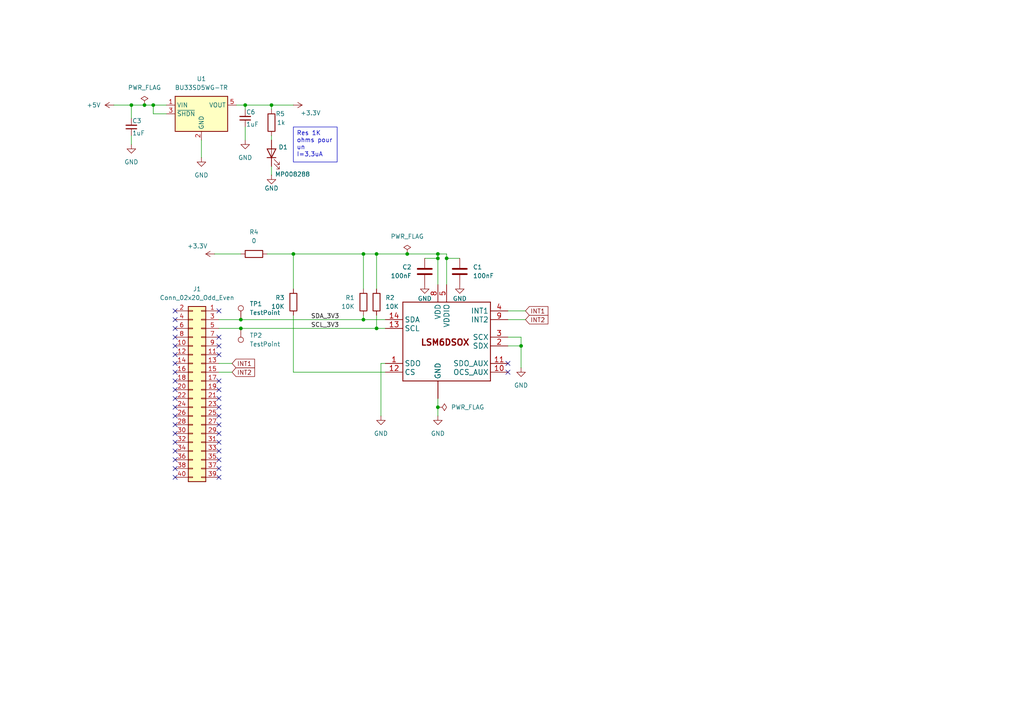
<source format=kicad_sch>
(kicad_sch (version 20250114) (generator "eeschema") (generator_version "9.0")
  (paper "A4")
  (lib_symbols
    (symbol "Adafruit_LSM6DSOX-eagle-import:LSM6DSOX"
      (symbol "LSM6DSOX_1_0"
        (polyline (pts (xy -10.16 10.16) (xy 15.24 10.16)) (stroke (width 0.254)))
        (polyline (pts (xy -10.16 -12.7) (xy -10.16 10.16)) (stroke (width 0.254)))
        (polyline (pts (xy 15.24 10.16) (xy 15.24 -12.7)) (stroke (width 0.254)))
        (polyline (pts (xy 15.24 -12.7) (xy -10.16 -12.7)) (stroke (width 0.254)))
        (text "LSM6DSOX" (at -5.08 -2.54 0) (effects (font (size 1.778 1.778) (thickness 0.3556) (bold yes)) (justify left bottom)))
        (pin bidirectional line (at -15.24 5.08 0) (length 5.08) (name "SDA") (number "14"))
        (pin bidirectional line (at -15.24 2.54 0) (length 5.08) (name "SCL") (number "13"))
        (pin passive line (at -15.24 -7.62 0) (length 5.08) (name "SDO") (number "1"))
        (pin bidirectional line (at -15.24 -10.16 0) (length 5.08) (name "CS") (number "12"))
        (pin power_in line (at 0 15.24 270) (length 5.08) (name "VDD") (number "8"))
        (pin power_in line (at 0 -17.78 90) (length 5.08) (name "GND") (number "6"))
        (pin power_in line (at 0 -17.78 90) (length 5.08) (name "GND") (number "7"))
        (pin power_in line (at 2.54 15.24 270) (length 5.08) (name "VDDIO") (number "5"))
        (pin bidirectional line (at 20.32 7.62 180) (length 5.08) (name "INT1") (number "4"))
        (pin bidirectional line (at 20.32 5.08 180) (length 5.08) (name "INT2") (number "9"))
        (pin passive line (at 20.32 0 180) (length 5.08) (name "SCX") (number "3"))
        (pin passive line (at 20.32 -2.54 180) (length 5.08) (name "SDX") (number "2"))
        (pin bidirectional line (at 20.32 -7.62 180) (length 5.08) (name "SDO_AUX") (number "11"))
        (pin bidirectional line (at 20.32 -10.16 180) (length 5.08) (name "OCS_AUX") (number "10"))
      )
    )
    (symbol "Connector:TestPoint" (pin_numbers (hide yes)) (pin_names (offset 0.762) (hide yes))
      (property "Reference" "TP" (at 0 6.858 0))
      (property "Value" "TestPoint" (at 0 5.08 0))
      (symbol "TestPoint_0_1"
        (circle (center 0 3.302) (radius 0.762))
      )
      (symbol "TestPoint_1_1"
        (pin passive line (at 0 0 90) (length 2.54) (name "1") (number "1"))
      )
    )
    (symbol "Connector_Generic:Conn_02x20_Odd_Even" (pin_names (offset 1.016) (hide yes))
      (property "Reference" "J" (at 1.27 25.4 0))
      (property "Value" "Conn_02x20_Odd_Even" (at 1.27 -27.94 0))
      (symbol "Conn_02x20_Odd_Even_1_1"
        (rectangle (start -1.27 24.13) (end 3.81 -26.67) (stroke (width 0.254)) (fill (type background)))
        (rectangle (start -1.27 22.987) (end 0 22.733) (stroke (width 0.1524)))
        (rectangle (start -1.27 20.447) (end 0 20.193) (stroke (width 0.1524)))
        (rectangle (start -1.27 17.907) (end 0 17.653) (stroke (width 0.1524)))
        (rectangle (start -1.27 15.367) (end 0 15.113) (stroke (width 0.1524)))
        (rectangle (start -1.27 12.827) (end 0 12.573) (stroke (width 0.1524)))
        (rectangle (start -1.27 10.287) (end 0 10.033) (stroke (width 0.1524)))
        (rectangle (start -1.27 7.747) (end 0 7.493) (stroke (width 0.1524)))
        (rectangle (start -1.27 5.207) (end 0 4.953) (stroke (width 0.1524)))
        (rectangle (start -1.27 2.667) (end 0 2.413) (stroke (width 0.1524)))
        (rectangle (start -1.27 0.127) (end 0 -0.127) (stroke (width 0.1524)))
        (rectangle (start -1.27 -2.413) (end 0 -2.667) (stroke (width 0.1524)))
        (rectangle (start -1.27 -4.953) (end 0 -5.207) (stroke (width 0.1524)))
        (rectangle (start -1.27 -7.493) (end 0 -7.747) (stroke (width 0.1524)))
        (rectangle (start -1.27 -10.033) (end 0 -10.287) (stroke (width 0.1524)))
        (rectangle (start -1.27 -12.573) (end 0 -12.827) (stroke (width 0.1524)))
        (rectangle (start -1.27 -15.113) (end 0 -15.367) (stroke (width 0.1524)))
        (rectangle (start -1.27 -17.653) (end 0 -17.907) (stroke (width 0.1524)))
        (rectangle (start -1.27 -20.193) (end 0 -20.447) (stroke (width 0.1524)))
        (rectangle (start -1.27 -22.733) (end 0 -22.987) (stroke (width 0.1524)))
        (rectangle (start -1.27 -25.273) (end 0 -25.527) (stroke (width 0.1524)))
        (rectangle (start 3.81 22.987) (end 2.54 22.733) (stroke (width 0.1524)))
        (rectangle (start 3.81 20.447) (end 2.54 20.193) (stroke (width 0.1524)))
        (rectangle (start 3.81 17.907) (end 2.54 17.653) (stroke (width 0.1524)))
        (rectangle (start 3.81 15.367) (end 2.54 15.113) (stroke (width 0.1524)))
        (rectangle (start 3.81 12.827) (end 2.54 12.573) (stroke (width 0.1524)))
        (rectangle (start 3.81 10.287) (end 2.54 10.033) (stroke (width 0.1524)))
        (rectangle (start 3.81 7.747) (end 2.54 7.493) (stroke (width 0.1524)))
        (rectangle (start 3.81 5.207) (end 2.54 4.953) (stroke (width 0.1524)))
        (rectangle (start 3.81 2.667) (end 2.54 2.413) (stroke (width 0.1524)))
        (rectangle (start 3.81 0.127) (end 2.54 -0.127) (stroke (width 0.1524)))
        (rectangle (start 3.81 -2.413) (end 2.54 -2.667) (stroke (width 0.1524)))
        (rectangle (start 3.81 -4.953) (end 2.54 -5.207) (stroke (width 0.1524)))
        (rectangle (start 3.81 -7.493) (end 2.54 -7.747) (stroke (width 0.1524)))
        (rectangle (start 3.81 -10.033) (end 2.54 -10.287) (stroke (width 0.1524)))
        (rectangle (start 3.81 -12.573) (end 2.54 -12.827) (stroke (width 0.1524)))
        (rectangle (start 3.81 -15.113) (end 2.54 -15.367) (stroke (width 0.1524)))
        (rectangle (start 3.81 -17.653) (end 2.54 -17.907) (stroke (width 0.1524)))
        (rectangle (start 3.81 -20.193) (end 2.54 -20.447) (stroke (width 0.1524)))
        (rectangle (start 3.81 -22.733) (end 2.54 -22.987) (stroke (width 0.1524)))
        (rectangle (start 3.81 -25.273) (end 2.54 -25.527) (stroke (width 0.1524)))
        (pin passive line (at -5.08 22.86 0) (length 3.81) (name "Pin_1") (number "1"))
        (pin passive line (at -5.08 20.32 0) (length 3.81) (name "Pin_3") (number "3"))
        (pin passive line (at -5.08 17.78 0) (length 3.81) (name "Pin_5") (number "5"))
        (pin passive line (at -5.08 15.24 0) (length 3.81) (name "Pin_7") (number "7"))
        (pin passive line (at -5.08 12.7 0) (length 3.81) (name "Pin_9") (number "9"))
        (pin passive line (at -5.08 10.16 0) (length 3.81) (name "Pin_11") (number "11"))
        (pin passive line (at -5.08 7.62 0) (length 3.81) (name "Pin_13") (number "13"))
        (pin passive line (at -5.08 5.08 0) (length 3.81) (name "Pin_15") (number "15"))
        (pin passive line (at -5.08 2.54 0) (length 3.81) (name "Pin_17") (number "17"))
        (pin passive line (at -5.08 0 0) (length 3.81) (name "Pin_19") (number "19"))
        (pin passive line (at -5.08 -2.54 0) (length 3.81) (name "Pin_21") (number "21"))
        (pin passive line (at -5.08 -5.08 0) (length 3.81) (name "Pin_23") (number "23"))
        (pin passive line (at -5.08 -7.62 0) (length 3.81) (name "Pin_25") (number "25"))
        (pin passive line (at -5.08 -10.16 0) (length 3.81) (name "Pin_27") (number "27"))
        (pin passive line (at -5.08 -12.7 0) (length 3.81) (name "Pin_29") (number "29"))
        (pin passive line (at -5.08 -15.24 0) (length 3.81) (name "Pin_31") (number "31"))
        (pin passive line (at -5.08 -17.78 0) (length 3.81) (name "Pin_33") (number "33"))
        (pin passive line (at -5.08 -20.32 0) (length 3.81) (name "Pin_35") (number "35"))
        (pin passive line (at -5.08 -22.86 0) (length 3.81) (name "Pin_37") (number "37"))
        (pin passive line (at -5.08 -25.4 0) (length 3.81) (name "Pin_39") (number "39"))
        (pin passive line (at 7.62 22.86 180) (length 3.81) (name "Pin_2") (number "2"))
        (pin passive line (at 7.62 20.32 180) (length 3.81) (name "Pin_4") (number "4"))
        (pin passive line (at 7.62 17.78 180) (length 3.81) (name "Pin_6") (number "6"))
        (pin passive line (at 7.62 15.24 180) (length 3.81) (name "Pin_8") (number "8"))
        (pin passive line (at 7.62 12.7 180) (length 3.81) (name "Pin_10") (number "10"))
        (pin passive line (at 7.62 10.16 180) (length 3.81) (name "Pin_12") (number "12"))
        (pin passive line (at 7.62 7.62 180) (length 3.81) (name "Pin_14") (number "14"))
        (pin passive line (at 7.62 5.08 180) (length 3.81) (name "Pin_16") (number "16"))
        (pin passive line (at 7.62 2.54 180) (length 3.81) (name "Pin_18") (number "18"))
        (pin passive line (at 7.62 0 180) (length 3.81) (name "Pin_20") (number "20"))
        (pin passive line (at 7.62 -2.54 180) (length 3.81) (name "Pin_22") (number "22"))
        (pin passive line (at 7.62 -5.08 180) (length 3.81) (name "Pin_24") (number "24"))
        (pin passive line (at 7.62 -7.62 180) (length 3.81) (name "Pin_26") (number "26"))
        (pin passive line (at 7.62 -10.16 180) (length 3.81) (name "Pin_28") (number "28"))
        (pin passive line (at 7.62 -12.7 180) (length 3.81) (name "Pin_30") (number "30"))
        (pin passive line (at 7.62 -15.24 180) (length 3.81) (name "Pin_32") (number "32"))
        (pin passive line (at 7.62 -17.78 180) (length 3.81) (name "Pin_34") (number "34"))
        (pin passive line (at 7.62 -20.32 180) (length 3.81) (name "Pin_36") (number "36"))
        (pin passive line (at 7.62 -22.86 180) (length 3.81) (name "Pin_38") (number "38"))
        (pin passive line (at 7.62 -25.4 180) (length 3.81) (name "Pin_40") (number "40"))
      )
    )
    (symbol "Device:C" (pin_numbers (hide yes)) (pin_names (offset 0.254))
      (property "Reference" "C" (at 0.635 2.54 0))
      (property "Value" "C" (at 0.635 -2.54 0))
      (symbol "C_0_1"
        (polyline (pts (xy -2.032 0.762) (xy 2.032 0.762)) (stroke (width 0.508)))
        (polyline (pts (xy -2.032 -0.762) (xy 2.032 -0.762)) (stroke (width 0.508)))
      )
      (symbol "C_1_1"
        (pin passive line (at 0 3.81 270) (length 2.794) (name "~") (number "1"))
        (pin passive line (at 0 -3.81 90) (length 2.794) (name "~") (number "2"))
      )
    )
    (symbol "Device:C_Small" (pin_numbers (hide yes)) (pin_names (offset 0.254) (hide yes))
      (property "Reference" "C" (at 0.254 1.778 0))
      (property "Value" "C_Small" (at 0.254 -2.032 0))
      (symbol "C_Small_0_1"
        (polyline (pts (xy -1.524 0.508) (xy 1.524 0.508)) (stroke (width 0.3048)))
        (polyline (pts (xy -1.524 -0.508) (xy 1.524 -0.508)) (stroke (width 0.3302)))
      )
      (symbol "C_Small_1_1"
        (pin passive line (at 0 2.54 270) (length 2.032) (name "~") (number "1"))
        (pin passive line (at 0 -2.54 90) (length 2.032) (name "~") (number "2"))
      )
    )
    (symbol "Device:LED" (pin_numbers (hide yes)) (pin_names (offset 1.016) (hide yes))
      (property "Reference" "D" (at 0 2.54 0))
      (property "Value" "LED" (at 0 -2.54 0))
      (symbol "LED_0_1"
        (polyline (pts (xy -3.048 -0.762) (xy -4.572 -2.286) (xy -3.81 -2.286) (xy -4.572 -2.286) (xy -4.572 -1.524)))
        (polyline (pts (xy -1.778 -0.762) (xy -3.302 -2.286) (xy -2.54 -2.286) (xy -3.302 -2.286) (xy -3.302 -1.524)))
        (polyline (pts (xy -1.27 0) (xy 1.27 0)))
        (polyline (pts (xy -1.27 -1.27) (xy -1.27 1.27)) (stroke (width 0.254)))
        (polyline (pts (xy 1.27 -1.27) (xy 1.27 1.27) (xy -1.27 0) (xy 1.27 -1.27)) (stroke (width 0.254)))
      )
      (symbol "LED_1_1"
        (pin passive line (at -3.81 0 0) (length 2.54) (name "K") (number "1"))
        (pin passive line (at 3.81 0 180) (length 2.54) (name "A") (number "2"))
      )
    )
    (symbol "Device:R" (pin_numbers (hide yes)) (pin_names (offset 0))
      (property "Reference" "R" (at 2.032 0 90))
      (property "Value" "R" (at 0 0 90))
      (symbol "R_0_1"
        (rectangle (start -1.016 -2.54) (end 1.016 2.54) (stroke (width 0.254)))
      )
      (symbol "R_1_1"
        (pin passive line (at 0 3.81 270) (length 1.27) (name "~") (number "1"))
        (pin passive line (at 0 -3.81 90) (length 1.27) (name "~") (number "2"))
      )
    )
    (symbol "Regulator_Linear:MCP1802x-xx02xOT"
      (property "Reference" "U" (at -6.35 6.35 0))
      (property "Value" "MCP1802x-xx02xOT" (at 0 6.35 0))
      (symbol "MCP1802x-xx02xOT_0_1"
        (rectangle (start -7.62 5.08) (end 7.62 -5.08) (stroke (width 0.254)) (fill (type background)))
      )
      (symbol "MCP1802x-xx02xOT_1_1"
        (pin power_in line (at -10.16 2.54 0) (length 2.54) (name "VIN") (number "1"))
        (pin input line (at -10.16 0 0) (length 2.54) (name "~{SHDN}") (number "3"))
        (pin power_in line (at 0 -7.62 90) (length 2.54) (name "GND") (number "2"))
        (pin no_connect line (at 7.62 0 180) (length 2.54) (hide yes) (name "NC") (number "4"))
        (pin power_out line (at 10.16 2.54 180) (length 2.54) (name "VOUT") (number "5"))
      )
    )
    (symbol "power:+3.3V" (power) (pin_numbers (hide yes)) (pin_names (offset 0) (hide yes))
      (property "Value" "+3.3V" (at 0 3.556 0))
      (symbol "+3.3V_0_1"
        (polyline (pts (xy -0.762 1.27) (xy 0 2.54)))
        (polyline (pts (xy 0 2.54) (xy 0.762 1.27)))
        (polyline (pts (xy 0 0) (xy 0 2.54)))
      )
      (symbol "+3.3V_1_1"
        (pin power_in line (at 0 0 90) (length 0) (name "~") (number "1"))
      )
    )
    (symbol "power:+5V" (power) (pin_numbers (hide yes)) (pin_names (offset 0) (hide yes))
      (property "Value" "+5V" (at 0 3.556 0))
      (symbol "+5V_0_1"
        (polyline (pts (xy -0.762 1.27) (xy 0 2.54)))
        (polyline (pts (xy 0 2.54) (xy 0.762 1.27)))
        (polyline (pts (xy 0 0) (xy 0 2.54)))
      )
      (symbol "+5V_1_1"
        (pin power_in line (at 0 0 90) (length 0) (name "~") (number "1"))
      )
    )
    (symbol "power:GND" (power) (pin_numbers (hide yes)) (pin_names (offset 0) (hide yes))
      (property "Value" "GND" (at 0 -3.81 0))
      (symbol "GND_0_1"
        (polyline (pts (xy 0 0) (xy 0 -1.27) (xy 1.27 -1.27) (xy 0 -2.54) (xy -1.27 -1.27) (xy 0 -1.27)))
      )
      (symbol "GND_1_1"
        (pin power_in line (at 0 0 270) (length 0) (name "~") (number "1"))
      )
    )
    (symbol "power:PWR_FLAG" (power) (pin_numbers (hide yes)) (pin_names (offset 0) (hide yes))
      (property "Value" "PWR_FLAG" (at 0 3.81 0))
      (symbol "PWR_FLAG_0_0"
        (pin power_out line (at 0 0 90) (length 0) (name "~") (number "1"))
      )
      (symbol "PWR_FLAG_0_1"
        (polyline (pts (xy 0 0) (xy 0 1.27) (xy -1.016 1.905) (xy 0 2.54) (xy 1.016 1.905) (xy 0 1.27)))
      )
    )
  )
  (text_box "Res 1K ohms pour un I=3,3uA" (at 85.09 36.83 0) (size 12.7 10.16) (margins 0.9525 0.9525 0.9525 0.9525) (effects (font (size 1.27 1.27)) (justify left top)))
  (junction (at 78.74 30.48))
  (junction (at 85.09 73.66))
  (junction (at 127 118.11))
  (junction (at 69.85 95.25))
  (junction (at 109.22 95.25))
  (junction (at 71.12 30.48))
  (junction (at 44.45 30.48))
  (junction (at 105.41 73.66))
  (junction (at 41.91 30.48))
  (junction (at 127 73.66))
  (junction (at 118.11 73.66))
  (junction (at 38.1 30.48))
  (junction (at 129.54 74.93))
  (junction (at 105.41 92.71))
  (junction (at 151.13 100.33))
  (junction (at 109.22 73.66))
  (junction (at 127 74.93))
  (junction (at 69.85 92.71))
  (no_connect (at 50.8 115.57))
  (no_connect (at 63.5 128.27))
  (no_connect (at 50.8 105.41))
  (no_connect (at 147.32 105.41))
  (no_connect (at 63.5 118.11))
  (no_connect (at 63.5 123.19))
  (no_connect (at 50.8 97.79))
  (no_connect (at 50.8 107.95))
  (no_connect (at 63.5 130.81))
  (no_connect (at 63.5 135.89))
  (no_connect (at 50.8 102.87))
  (no_connect (at 63.5 138.43))
  (no_connect (at 50.8 100.33))
  (no_connect (at 50.8 118.11))
  (no_connect (at 50.8 130.81))
  (no_connect (at 63.5 133.35))
  (no_connect (at 50.8 135.89))
  (no_connect (at 63.5 97.79))
  (no_connect (at 50.8 90.17))
  (no_connect (at 50.8 123.19))
  (no_connect (at 63.5 125.73))
  (no_connect (at 63.5 120.65))
  (no_connect (at 50.8 120.65))
  (no_connect (at 50.8 128.27))
  (no_connect (at 50.8 95.25))
  (no_connect (at 63.5 115.57))
  (no_connect (at 63.5 102.87))
  (no_connect (at 50.8 125.73))
  (no_connect (at 63.5 100.33))
  (no_connect (at 63.5 90.17))
  (no_connect (at 63.5 110.49))
  (no_connect (at 63.5 113.03))
  (no_connect (at 50.8 110.49))
  (no_connect (at 50.8 138.43))
  (no_connect (at 147.32 107.95))
  (no_connect (at 50.8 113.03))
  (no_connect (at 50.8 92.71))
  (no_connect (at 50.8 133.35))
  (wire (pts (xy 44.45 30.48) (xy 44.45 33.02)))
  (wire (pts (xy 38.1 34.29) (xy 38.1 30.48)))
  (wire (pts (xy 105.41 92.71) (xy 111.76 92.71)))
  (wire (pts (xy 123.19 74.93) (xy 127 74.93)))
  (wire (pts (xy 127 115.57) (xy 127 118.11)))
  (wire (pts (xy 78.74 30.48) (xy 85.09 30.48)))
  (wire (pts (xy 69.85 92.71) (xy 105.41 92.71)))
  (wire (pts (xy 71.12 36.83) (xy 71.12 40.64)))
  (wire (pts (xy 147.32 90.17) (xy 152.4 90.17)))
  (wire (pts (xy 109.22 73.66) (xy 109.22 83.82)))
  (wire (pts (xy 110.49 105.41) (xy 111.76 105.41)))
  (wire (pts (xy 63.5 107.95) (xy 67.31 107.95)))
  (wire (pts (xy 58.42 40.64) (xy 58.42 45.72)))
  (wire (pts (xy 63.5 95.25) (xy 69.85 95.25)))
  (wire (pts (xy 67.31 105.41) (xy 63.5 105.41)))
  (wire (pts (xy 127 118.11) (xy 127 120.65)))
  (wire (pts (xy 85.09 107.95) (xy 111.76 107.95)))
  (wire (pts (xy 41.91 30.48) (xy 44.45 30.48)))
  (wire (pts (xy 118.11 73.66) (xy 127 73.66)))
  (wire (pts (xy 78.74 40.64) (xy 78.74 39.37)))
  (wire (pts (xy 129.54 74.93) (xy 129.54 82.55)))
  (wire (pts (xy 129.54 74.93) (xy 133.35 74.93)))
  (wire (pts (xy 105.41 73.66) (xy 109.22 73.66)))
  (wire (pts (xy 44.45 30.48) (xy 48.26 30.48)))
  (wire (pts (xy 147.32 100.33) (xy 151.13 100.33)))
  (wire (pts (xy 147.32 92.71) (xy 152.4 92.71)))
  (wire (pts (xy 78.74 30.48) (xy 78.74 31.75)))
  (wire (pts (xy 77.47 73.66) (xy 85.09 73.66)))
  (wire (pts (xy 110.49 120.65) (xy 110.49 105.41)))
  (wire (pts (xy 147.32 97.79) (xy 151.13 97.79)))
  (wire (pts (xy 71.12 30.48) (xy 78.74 30.48)))
  (wire (pts (xy 109.22 73.66) (xy 118.11 73.66)))
  (wire (pts (xy 109.22 95.25) (xy 111.76 95.25)))
  (wire (pts (xy 78.74 48.26) (xy 78.74 50.8)))
  (wire (pts (xy 71.12 30.48) (xy 71.12 31.75)))
  (wire (pts (xy 62.23 73.66) (xy 69.85 73.66)))
  (wire (pts (xy 109.22 91.44) (xy 109.22 95.25)))
  (wire (pts (xy 127 74.93) (xy 127 82.55)))
  (wire (pts (xy 105.41 91.44) (xy 105.41 92.71)))
  (wire (pts (xy 85.09 73.66) (xy 105.41 73.66)))
  (wire (pts (xy 69.85 95.25) (xy 109.22 95.25)))
  (wire (pts (xy 33.02 30.48) (xy 38.1 30.48)))
  (wire (pts (xy 85.09 73.66) (xy 85.09 83.82)))
  (wire (pts (xy 44.45 33.02) (xy 48.26 33.02)))
  (wire (pts (xy 85.09 91.44) (xy 85.09 107.95)))
  (wire (pts (xy 151.13 97.79) (xy 151.13 100.33)))
  (wire (pts (xy 151.13 100.33) (xy 151.13 106.68)))
  (wire (pts (xy 105.41 73.66) (xy 105.41 83.82)))
  (wire (pts (xy 38.1 30.48) (xy 41.91 30.48)))
  (wire (pts (xy 68.58 30.48) (xy 71.12 30.48)))
  (wire (pts (xy 127 73.66) (xy 129.54 73.66)))
  (wire (pts (xy 127 73.66) (xy 127 74.93)))
  (wire (pts (xy 63.5 92.71) (xy 69.85 92.71)))
  (wire (pts (xy 129.54 73.66) (xy 129.54 74.93)))
  (wire (pts (xy 38.1 39.37) (xy 38.1 41.91)))
  (label "SDA_3V3" (at 90.17 92.71 0))
  (label "SCL_3V3" (at 90.17 95.25 0))
  (global_label "INT1" (shape input) (at 152.4 90.17 0) (property "Intersheetrefs" "${INTERSHEET_REFS}" (effects (hide yes))))
  (global_label "INT2" (shape input) (at 67.31 107.95 0) (property "Intersheetrefs" "${INTERSHEET_REFS}" (effects (hide yes))))
  (global_label "INT1" (shape input) (at 67.31 105.41 0) (property "Intersheetrefs" "${INTERSHEET_REFS}" (effects (hide yes))))
  (global_label "INT2" (shape input) (at 152.4 92.71 0) (property "Intersheetrefs" "${INTERSHEET_REFS}" (effects (hide yes))))
  (symbol (lib_id "power:GND") (at 127 120.65 0) (unit 1)
    (property "Reference" "#PWR01" (effects (hide yes)))
    (property "Value" "GND" (at 127 125.73 0))
    (property "Description" "Power symbol creates a global label with name \"GND\" , ground" (effects (hide yes)))
  )
  (symbol (lib_id "power:GND") (at 78.74 50.8 0) (unit 1)
    (property "Reference" "#PWR011" (effects (hide yes)))
    (property "Value" "GND" (at 78.74 54.61 0))
    (property "Description" "Power symbol creates a global label with name \"GND\" , ground" (effects (hide yes)))
  )
  (symbol (lib_id "power:GND") (at 110.49 120.65 0) (unit 1)
    (property "Reference" "#PWR06" (effects (hide yes)))
    (property "Value" "GND" (at 110.49 125.73 0))
    (property "Description" "Power symbol creates a global label with name \"GND\" , ground" (effects (hide yes)))
  )
  (symbol (lib_id "Device:LED") (at 78.74 44.45 90) (unit 1)
    (property "Reference" "D1" (at 80.772 42.672 90) (effects (justify right)))
    (property "Value" "MP008288" (at 79.756 50.546 90) (effects (justify right)))
    (property "Footprint" "LED_SMD:LED_0603_1608Metric" (effects (hide yes)))
    (property "Datasheet" "MP008288" (effects (hide yes)))
    (property "Description" "Light emitting diode" (effects (hide yes)))
    (property "Sim.Pins" "1=K 2=A" (effects (hide yes)))
  )
  (symbol (lib_id "power:GND") (at 38.1 41.91 0) (unit 1)
    (property "Reference" "#PWR08" (effects (hide yes)))
    (property "Value" "GND" (at 38.1 46.99 0))
    (property "Description" "Power symbol creates a global label with name \"GND\" , ground" (effects (hide yes)))
  )
  (symbol (lib_id "power:PWR_FLAG") (at 41.91 30.48 0) (unit 1)
    (property "Reference" "#FLG04" (effects (hide yes)))
    (property "Value" "PWR_FLAG" (at 41.91 25.4 0))
    (property "Description" "Special symbol for telling ERC where power comes from" (effects (hide yes)))
  )
  (symbol (lib_id "power:GND") (at 58.42 45.72 0) (unit 1)
    (property "Reference" "#PWR0101" (effects (hide yes)))
    (property "Value" "GND" (at 58.42 50.8 0))
    (property "Description" "Power symbol creates a global label with name \"GND\" , ground" (effects (hide yes)))
  )
  (symbol (lib_id "power:GND") (at 151.13 106.68 0) (unit 1)
    (property "Reference" "#PWR04" (effects (hide yes)))
    (property "Value" "GND" (at 151.13 111.76 0))
    (property "Description" "Power symbol creates a global label with name \"GND\" , ground" (effects (hide yes)))
  )
  (symbol (lib_id "Device:C") (at 123.19 78.74 0) (mirror x) (unit 1)
    (property "Reference" "C2" (at 119.38 77.4699 0) (effects (justify right)))
    (property "Value" "100nF" (at 119.38 80.0099 0) (effects (justify right)))
    (property "Footprint" "Capacitor_SMD:C_0603_1608Metric_Pad1.08x0.95mm_HandSolder" (effects (hide yes)))
    (property "Description" "Unpolarized capacitor" (effects (hide yes)))
  )
  (symbol (lib_id "Connector_Generic:Conn_02x20_Odd_Even") (at 58.42 113.03 0) (mirror y) (unit 1)
    (property "Reference" "J1" (at 57.15 83.82 0))
    (property "Value" "Conn_02x20_Odd_Even" (at 57.15 86.36 0))
    (property "Footprint" "Connector_PinHeader_2.54mm:PinHeader_2x20_P2.54mm_Vertical" (effects (hide yes)))
    (property "Description" "Generic connector, double row, 02x20, odd/even pin numbering scheme (row 1 odd numbers, row 2 even numbers), script generated (kicad-library-utils/schlib/autogen/connector/)" (effects (hide yes)))
  )
  (symbol (lib_id "power:GND") (at 123.19 82.55 0) (unit 1)
    (property "Reference" "#PWR05" (effects (hide yes)))
    (property "Value" "GND" (at 123.19 86.614 0))
    (property "Description" "Power symbol creates a global label with name \"GND\" , ground" (effects (hide yes)))
  )
  (symbol (lib_id "power:PWR_FLAG") (at 118.11 73.66 0) (unit 1)
    (property "Reference" "#FLG02" (effects (hide yes)))
    (property "Value" "PWR_FLAG" (at 118.11 68.58 0))
    (property "Description" "Special symbol for telling ERC where power comes from" (effects (hide yes)))
  )
  (symbol (lib_id "Device:R") (at 109.22 87.63 0) (unit 1)
    (property "Reference" "R2" (at 111.76 86.3599 0) (effects (justify left)))
    (property "Value" "10K" (at 111.76 88.8999 0) (effects (justify left)))
    (property "Footprint" "Resistor_SMD:R_0603_1608Metric_Pad0.98x0.95mm_HandSolder" (effects (hide yes)))
    (property "Description" "Resistor" (effects (hide yes)))
  )
  (symbol (lib_id "Device:C") (at 133.35 78.74 180) (unit 1)
    (property "Reference" "C1" (at 137.16 77.4699 0) (effects (justify right)))
    (property "Value" "100nF" (at 137.16 80.0099 0) (effects (justify right)))
    (property "Footprint" "Capacitor_SMD:C_0603_1608Metric_Pad1.08x0.95mm_HandSolder" (effects (hide yes)))
    (property "Description" "Unpolarized capacitor" (effects (hide yes)))
  )
  (symbol (lib_id "Device:R") (at 105.41 87.63 0) (mirror y) (unit 1)
    (property "Reference" "R1" (at 102.87 86.3599 0) (effects (justify left)))
    (property "Value" "10K" (at 102.87 88.8999 0) (effects (justify left)))
    (property "Footprint" "Resistor_SMD:R_0603_1608Metric_Pad0.98x0.95mm_HandSolder" (effects (hide yes)))
    (property "Description" "Resistor" (effects (hide yes)))
  )
  (symbol (lib_id "power:+3.3V") (at 62.23 73.66 90) (unit 1)
    (property "Reference" "#PWR02" (effects (hide yes)))
    (property "Value" "+3.3V" (at 60.198 71.374 90) (effects (justify left)))
    (property "Description" "Power symbol creates a global label with name \"+3.3V\"" (effects (hide yes)))
  )
  (symbol (lib_id "Device:R") (at 73.66 73.66 270) (unit 1)
    (property "Reference" "R4" (at 73.66 67.31 90))
    (property "Value" "0" (at 73.66 69.85 90))
    (property "Footprint" "Resistor_SMD:R_0603_1608Metric_Pad0.98x0.95mm_HandSolder" (effects (hide yes)))
    (property "Description" "Resistor" (effects (hide yes)))
  )
  (symbol (lib_id "power:GND") (at 71.12 40.64 0) (unit 1)
    (property "Reference" "#PWR09" (effects (hide yes)))
    (property "Value" "GND" (at 71.12 45.72 0))
    (property "Description" "Power symbol creates a global label with name \"GND\" , ground" (effects (hide yes)))
  )
  (symbol (lib_id "power:+3.3V") (at 85.09 30.48 270) (unit 1)
    (property "Reference" "#PWR012" (effects (hide yes)))
    (property "Value" "+3.3V" (at 87.122 32.766 90) (effects (justify left)))
    (property "Description" "Power symbol creates a global label with name \"+3.3V\"" (effects (hide yes)))
  )
  (symbol (lib_id "Device:C_Small") (at 38.1 36.83 180) (unit 1)
    (property "Reference" "C3" (at 38.354 35.052 0) (effects (justify right)))
    (property "Value" "1uF" (at 38.354 38.608 0) (effects (justify right)))
    (property "Footprint" "Capacitor_SMD:C_0603_1608Metric_Pad1.08x0.95mm_HandSolder" (effects (hide yes)))
    (property "Description" "Unpolarized capacitor, small symbol" (effects (hide yes)))
  )
  (symbol (lib_id "power:PWR_FLAG") (at 127 118.11 270) (unit 1)
    (property "Reference" "#FLG03" (effects (hide yes)))
    (property "Value" "PWR_FLAG" (at 130.81 118.1099 90) (effects (justify left)))
    (property "Description" "Special symbol for telling ERC where power comes from" (effects (hide yes)))
  )
  (symbol (lib_id "Device:R") (at 78.74 35.56 0) (unit 1)
    (property "Reference" "R5" (at 81.28 33.02 0))
    (property "Value" "1k" (at 81.534 35.56 0))
    (property "Footprint" "Resistor_SMD:R_0603_1608Metric_Pad0.98x0.95mm_HandSolder" (effects (hide yes)))
    (property "Description" "Resistor" (effects (hide yes)))
  )
  (symbol (lib_id "Regulator_Linear:MCP1802x-xx02xOT") (at 58.42 33.02 0) (unit 1)
    (property "Reference" "U1" (at 58.42 22.86 0))
    (property "Value" "BU33SD5WG-TR" (at 58.42 25.4 0))
    (property "Footprint" "Package_TO_SOT_SMD:SOT-23-5" (effects (hide yes)))
    (property "Datasheet" "http://ww1.microchip.com/downloads/en/DeviceDoc/22053C.pdf" (effects (hide yes)))
    (property "Description" "150mA, Tiny CMOS LDO With Shutdown, Fixed Voltage, SOT-23-5" (effects (hide yes)))
  )
  (symbol (lib_id "Connector:TestPoint") (at 69.85 92.71 0) (unit 1)
    (property "Reference" "TP1" (at 72.39 88.1379 0) (effects (justify left)))
    (property "Value" "TestPoint" (at 72.39 90.6779 0) (effects (justify left)))
    (property "Footprint" "TestPoint:TestPoint_Plated_Hole_D3.0mm" (effects (hide yes)))
    (property "Description" "test point" (effects (hide yes)))
  )
  (symbol (lib_id "power:+5V") (at 33.02 30.48 90) (unit 1)
    (property "Reference" "#PWR07" (effects (hide yes)))
    (property "Value" "+5V" (at 29.21 30.4799 90) (effects (justify left)))
    (property "Description" "Power symbol creates a global label with name \"+5V\"" (effects (hide yes)))
  )
  (symbol (lib_id "Device:R") (at 85.09 87.63 0) (mirror y) (unit 1)
    (property "Reference" "R3" (at 82.55 86.3599 0) (effects (justify left)))
    (property "Value" "10K" (at 82.55 88.8999 0) (effects (justify left)))
    (property "Footprint" "Resistor_SMD:R_0603_1608Metric_Pad0.98x0.95mm_HandSolder" (effects (hide yes)))
    (property "Description" "Resistor" (effects (hide yes)))
  )
  (symbol (lib_id "Device:C_Small") (at 71.12 34.29 180) (unit 1)
    (property "Reference" "C6" (at 71.374 32.512 0) (effects (justify right)))
    (property "Value" "1uF" (at 71.374 36.068 0) (effects (justify right)))
    (property "Footprint" "Capacitor_SMD:C_0603_1608Metric_Pad1.08x0.95mm_HandSolder" (effects (hide yes)))
    (property "Description" "Unpolarized capacitor, small symbol" (effects (hide yes)))
  )
  (symbol (lib_id "Connector:TestPoint") (at 69.85 95.25 180) (unit 1)
    (property "Reference" "TP2" (at 72.39 97.2819 0) (effects (justify right)))
    (property "Value" "TestPoint" (at 72.39 99.8219 0) (effects (justify right)))
    (property "Footprint" "TestPoint:TestPoint_Plated_Hole_D3.0mm" (effects (hide yes)))
    (property "Description" "test point" (effects (hide yes)))
  )
  (symbol (lib_id "power:GND") (at 133.35 82.55 0) (unit 1)
    (property "Reference" "#PWR03" (effects (hide yes)))
    (property "Value" "GND" (at 133.35 86.614 0))
    (property "Description" "Power symbol creates a global label with name \"GND\" , ground" (effects (hide yes)))
  )
  (symbol (lib_id "Adafruit_LSM6DSOX-eagle-import:LSM6DSOX") (at 127 97.79 0) (unit 1)
    (property "Reference" "U$2" (effects (hide yes)))
    (property "Value" "LSM6DSOX" (effects (hide yes)))
    (property "Footprint" "Adafruit_LSM6DSOX:LGA-14L" (effects (hide yes)))
  )
)
</source>
